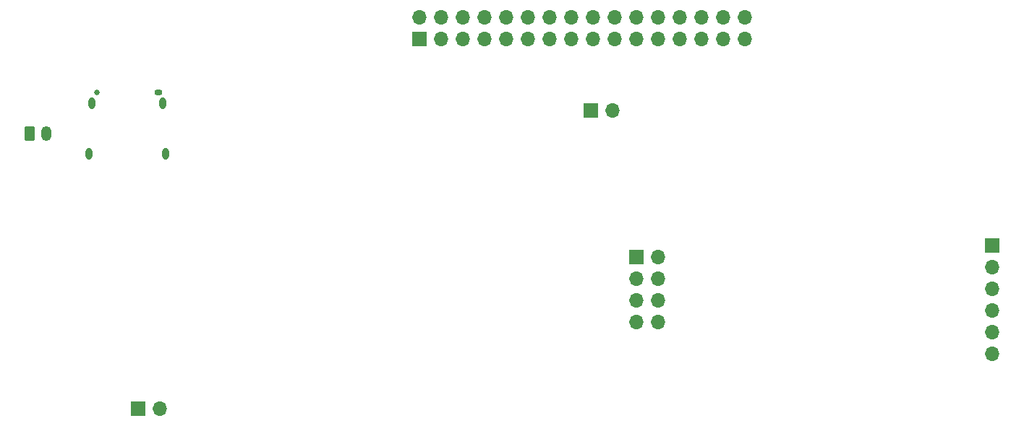
<source format=gbr>
%TF.GenerationSoftware,KiCad,Pcbnew,(7.0.0)*%
%TF.CreationDate,2025-04-15T21:28:58+02:00*%
%TF.ProjectId,PowerSchematic,506f7765-7253-4636-9865-6d617469632e,rev?*%
%TF.SameCoordinates,Original*%
%TF.FileFunction,Soldermask,Bot*%
%TF.FilePolarity,Negative*%
%FSLAX46Y46*%
G04 Gerber Fmt 4.6, Leading zero omitted, Abs format (unit mm)*
G04 Created by KiCad (PCBNEW (7.0.0)) date 2025-04-15 21:28:58*
%MOMM*%
%LPD*%
G01*
G04 APERTURE LIST*
G04 Aperture macros list*
%AMRoundRect*
0 Rectangle with rounded corners*
0 $1 Rounding radius*
0 $2 $3 $4 $5 $6 $7 $8 $9 X,Y pos of 4 corners*
0 Add a 4 corners polygon primitive as box body*
4,1,4,$2,$3,$4,$5,$6,$7,$8,$9,$2,$3,0*
0 Add four circle primitives for the rounded corners*
1,1,$1+$1,$2,$3*
1,1,$1+$1,$4,$5*
1,1,$1+$1,$6,$7*
1,1,$1+$1,$8,$9*
0 Add four rect primitives between the rounded corners*
20,1,$1+$1,$2,$3,$4,$5,0*
20,1,$1+$1,$4,$5,$6,$7,0*
20,1,$1+$1,$6,$7,$8,$9,0*
20,1,$1+$1,$8,$9,$2,$3,0*%
G04 Aperture macros list end*
%ADD10R,1.700000X1.700000*%
%ADD11O,1.700000X1.700000*%
%ADD12O,1.200000X1.750000*%
%ADD13RoundRect,0.250000X-0.350000X-0.625000X0.350000X-0.625000X0.350000X0.625000X-0.350000X0.625000X0*%
%ADD14O,0.800000X1.400000*%
%ADD15O,0.950000X0.650000*%
%ADD16C,0.650000*%
G04 APERTURE END LIST*
D10*
%TO.C,J7*%
X98999999Y-108999999D03*
D11*
X101539999Y-108999999D03*
%TD*%
D10*
%TO.C,J3*%
X151999999Y-73999999D03*
D11*
X154539999Y-73999999D03*
%TD*%
D10*
%TO.C,J5*%
X198999999Y-89839999D03*
D11*
X198999999Y-92379999D03*
X198999999Y-94919999D03*
X198999999Y-97459999D03*
X198999999Y-99999999D03*
X198999999Y-102539999D03*
%TD*%
D12*
%TO.C,J2*%
X88284999Y-76719999D03*
D13*
X86285000Y-76720000D03*
%TD*%
D10*
%TO.C,J4*%
X131899999Y-65649999D03*
D11*
X131899999Y-63109999D03*
X134439999Y-65649999D03*
X134439999Y-63109999D03*
X136979999Y-65649999D03*
X136979999Y-63109999D03*
X139519999Y-65649999D03*
X139519999Y-63109999D03*
X142059999Y-65649999D03*
X142059999Y-63109999D03*
X144599999Y-65649999D03*
X144599999Y-63109999D03*
X147139999Y-65649999D03*
X147139999Y-63109999D03*
X149679999Y-65649999D03*
X149679999Y-63109999D03*
X152219999Y-65649999D03*
X152219999Y-63109999D03*
X154759999Y-65649999D03*
X154759999Y-63109999D03*
X157299999Y-65649999D03*
X157299999Y-63109999D03*
X159839999Y-65649999D03*
X159839999Y-63109999D03*
X162379999Y-65649999D03*
X162379999Y-63109999D03*
X164919999Y-65649999D03*
X164919999Y-63109999D03*
X167459999Y-65649999D03*
X167459999Y-63109999D03*
X169999999Y-65649999D03*
X169999999Y-63109999D03*
%TD*%
D10*
%TO.C,U4*%
X157349999Y-91199999D03*
D11*
X159889999Y-91199999D03*
X157349999Y-93739999D03*
X159889999Y-93739999D03*
X157349999Y-96279999D03*
X159889999Y-96279999D03*
X157349999Y-98819999D03*
X159889999Y-98819999D03*
%TD*%
D14*
%TO.C,J1*%
X102224999Y-79159999D03*
X101864999Y-73209999D03*
X93604999Y-73209999D03*
X93244999Y-79159999D03*
D15*
X101334999Y-71959999D03*
D16*
X94135000Y-71960000D03*
%TD*%
M02*

</source>
